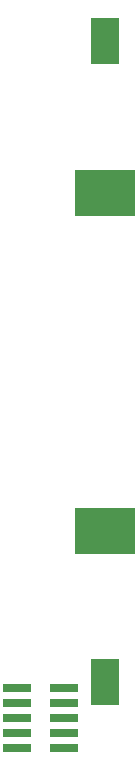
<source format=gbr>
%TF.GenerationSoftware,KiCad,Pcbnew,8.0.1*%
%TF.CreationDate,2024-07-18T12:12:42-04:00*%
%TF.ProjectId,Tiny4FSK,54696e79-3446-4534-9b2e-6b696361645f,rev?*%
%TF.SameCoordinates,Original*%
%TF.FileFunction,Paste,Bot*%
%TF.FilePolarity,Positive*%
%FSLAX46Y46*%
G04 Gerber Fmt 4.6, Leading zero omitted, Abs format (unit mm)*
G04 Created by KiCad (PCBNEW 8.0.1) date 2024-07-18 12:12:42*
%MOMM*%
%LPD*%
G01*
G04 APERTURE LIST*
%ADD10R,2.340000X3.960000*%
%ADD11R,5.080000X3.960000*%
%ADD12R,2.400000X0.740000*%
G04 APERTURE END LIST*
D10*
%TO.C,BT1*%
X150250000Y-100750000D03*
D11*
X150250000Y-87900000D03*
X150250000Y-59325000D03*
D10*
X150250000Y-46475000D03*
%TD*%
D12*
%TO.C,J8*%
X146750000Y-101250000D03*
X142850000Y-101250000D03*
X146750000Y-102520000D03*
X142850000Y-102520000D03*
X146750000Y-103790000D03*
X142850000Y-103790000D03*
X146750000Y-105060000D03*
X142850000Y-105060000D03*
X146750000Y-106330000D03*
X142850000Y-106330000D03*
%TD*%
M02*

</source>
